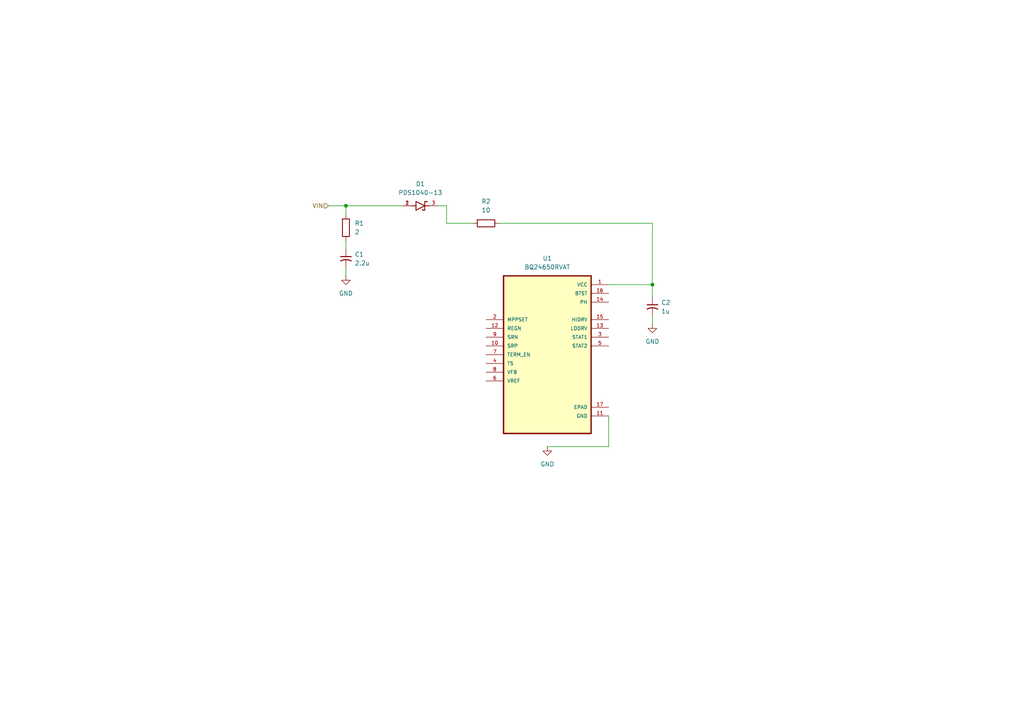
<source format=kicad_sch>
(kicad_sch (version 20250114) (generator "eeschema") (generator_version "9.0")
  (paper "A4")
  (lib_symbols
    (symbol "BQ24650RVAT:BQ24650RVAT" (pin_names (offset 1.016))
      (property "Reference" "U" (at -12.7 23.86 0))
      (property "Value" "BQ24650RVAT" (at -12.7 -26.86 0))
      (symbol "BQ24650RVAT_0_0"
        (rectangle (start -12.7 -22.86) (end 12.7 22.86) (stroke (width 0.41)) (fill (type background)))
        (pin input line (at -17.78 10.16 0) (length 5.08) (name "MPPSET") (number "2"))
        (pin input line (at -17.78 7.62 0) (length 5.08) (name "REGN") (number "12"))
        (pin input line (at -17.78 5.08 0) (length 5.08) (name "SRN") (number "9"))
        (pin input line (at -17.78 2.54 0) (length 5.08) (name "SRP") (number "10"))
        (pin input line (at -17.78 0 0) (length 5.08) (name "TERM_EN") (number "7"))
        (pin input line (at -17.78 -2.54 0) (length 5.08) (name "TS") (number "4"))
        (pin input line (at -17.78 -5.08 0) (length 5.08) (name "VFB") (number "8"))
        (pin input line (at -17.78 -7.62 0) (length 5.08) (name "VREF") (number "6"))
        (pin power_in line (at 17.78 20.32 180) (length 5.08) (name "VCC") (number "1"))
        (pin power_in line (at 17.78 17.78 180) (length 5.08) (name "BTST") (number "16"))
        (pin power_in line (at 17.78 15.24 180) (length 5.08) (name "PH") (number "14"))
        (pin output line (at 17.78 10.16 180) (length 5.08) (name "HIDRV") (number "15"))
        (pin output line (at 17.78 7.62 180) (length 5.08) (name "LODRV") (number "13"))
        (pin output line (at 17.78 5.08 180) (length 5.08) (name "STAT1") (number "3"))
        (pin output line (at 17.78 2.54 180) (length 5.08) (name "STAT2") (number "5"))
        (pin power_in line (at 17.78 -15.24 180) (length 5.08) (name "EPAD") (number "17"))
        (pin power_in line (at 17.78 -17.78 180) (length 5.08) (name "GND") (number "11"))
      )
    )
    (symbol "Device:C_Small_US" (pin_numbers (hide yes)) (pin_names (offset 0.254) (hide yes))
      (property "Reference" "C" (at 0.254 1.778 0))
      (property "Value" "C_Small_US" (at 0.254 -2.032 0))
      (symbol "C_Small_US_0_1"
        (polyline (pts (xy -1.524 0.508) (xy 1.524 0.508)) (stroke (width 0.3048)))
        (arc (start -1.524 -0.762) (mid 0 -0.3734) (end 1.524 -0.762) (stroke (width 0.3048)))
      )
      (symbol "C_Small_US_1_1"
        (pin passive line (at 0 2.54 270) (length 2.032) (name "~") (number "1"))
        (pin passive line (at 0 -2.54 90) (length 2.032) (name "~") (number "2"))
      )
    )
    (symbol "Device:R" (pin_numbers (hide yes)) (pin_names (offset 0))
      (property "Reference" "R" (at 2.032 0 90))
      (property "Value" "R" (at 0 0 90))
      (symbol "R_0_1"
        (rectangle (start -1.016 -2.54) (end 1.016 2.54) (stroke (width 0.254)))
      )
      (symbol "R_1_1"
        (pin passive line (at 0 3.81 270) (length 1.27) (name "~") (number "1"))
        (pin passive line (at 0 -3.81 90) (length 1.27) (name "~") (number "2"))
      )
    )
    (symbol "PDS1040-13:PDS1040-13" (pin_names (offset 1.016))
      (property "Reference" "D" (at -5.08 2.54 0))
      (property "Value" "PDS1040-13" (at -5.08 -3.81 0))
      (symbol "PDS1040-13_0_0"
        (polyline (pts (xy -2.54 0) (xy -1.27 0)) (stroke (width 0.254)))
        (polyline (pts (xy -1.27 1.27) (xy -1.27 0)) (stroke (width 0.254)))
        (polyline (pts (xy -1.27 0) (xy -1.27 -1.27)) (stroke (width 0.254)))
        (polyline (pts (xy -1.27 -1.27) (xy 1.27 0)) (stroke (width 0.254)))
        (polyline (pts (xy 0.635 -1.016) (xy 0.635 -1.27)) (stroke (width 0.254)))
        (polyline (pts (xy 1.27 1.27) (xy 1.27 0)) (stroke (width 0.254)))
        (polyline (pts (xy 1.27 0) (xy -1.27 1.27)) (stroke (width 0.254)))
        (polyline (pts (xy 1.27 0) (xy 1.27 -1.27)) (stroke (width 0.254)))
        (polyline (pts (xy 1.27 -1.27) (xy 0.635 -1.27)) (stroke (width 0.254)))
        (polyline (pts (xy 1.905 1.27) (xy 1.27 1.27)) (stroke (width 0.254)))
        (polyline (pts (xy 1.905 1.27) (xy 1.905 1.016)) (stroke (width 0.254)))
        (polyline (pts (xy 2.54 0) (xy 1.27 0)) (stroke (width 0.254)))
        (pin passive line (at -5.08 0 0) (length 2.54) (name "~") (number "1"))
        (pin passive line (at -5.08 0 0) (length 2.54) (name "~") (number "2"))
        (pin passive line (at 5.08 0 180) (length 2.54) (name "~") (number "3"))
      )
    )
    (symbol "power:GND" (power) (pin_numbers (hide yes)) (pin_names (offset 0) (hide yes))
      (property "Value" "GND" (at 0 -3.81 0))
      (symbol "GND_0_1"
        (polyline (pts (xy 0 0) (xy 0 -1.27) (xy 1.27 -1.27) (xy 0 -2.54) (xy -1.27 -1.27) (xy 0 -1.27)))
      )
      (symbol "GND_1_1"
        (pin power_in line (at 0 0 270) (length 0) (name "~") (number "1"))
      )
    )
  )
  (junction (at 100.33 59.69))
  (junction (at 189.23 82.55))
  (wire (pts (xy 127 59.69) (xy 129.54 59.69)))
  (wire (pts (xy 129.54 59.69) (xy 129.54 64.77)))
  (wire (pts (xy 100.33 59.69) (xy 100.33 62.23)))
  (wire (pts (xy 100.33 69.85) (xy 100.33 72.39)))
  (wire (pts (xy 100.33 59.69) (xy 116.84 59.69)))
  (wire (pts (xy 189.23 64.77) (xy 189.23 82.55)))
  (wire (pts (xy 144.78 64.77) (xy 189.23 64.77)))
  (wire (pts (xy 189.23 91.44) (xy 189.23 93.98)))
  (wire (pts (xy 189.23 82.55) (xy 189.23 86.36)))
  (wire (pts (xy 176.53 120.65) (xy 176.53 129.54)))
  (wire (pts (xy 176.53 129.54) (xy 158.75 129.54)))
  (wire (pts (xy 95.25 59.69) (xy 100.33 59.69)))
  (wire (pts (xy 129.54 64.77) (xy 137.16 64.77)))
  (wire (pts (xy 189.23 82.55) (xy 176.53 82.55)))
  (wire (pts (xy 100.33 77.47) (xy 100.33 80.01)))
  (hierarchical_label "VIN" (shape input) (at 95.25 59.69 180))
  (symbol (lib_id "Device:R") (at 100.33 66.04 0) (unit 1)
    (property "Reference" "R1" (at 102.87 64.7699 0) (effects (justify left)))
    (property "Value" "2" (at 102.87 67.3099 0) (effects (justify left)))
    (property "Footprint" "Resistor_SMD:R_0603_1608Metric_Pad0.98x0.95mm_HandSolder" (effects (hide yes)))
    (property "Description" "Resistor" (effects (hide yes)))
  )
  (symbol (lib_id "power:GND") (at 158.75 129.54 0) (unit 1)
    (property "Reference" "#PWR04" (effects (hide yes)))
    (property "Value" "GND" (at 158.75 134.62 0))
    (property "Description" "Power symbol creates a global label with name \"GND\" , ground" (effects (hide yes)))
  )
  (symbol (lib_id "Device:C_Small_US") (at 189.23 88.9 0) (unit 1)
    (property "Reference" "C2" (at 191.77 87.7569 0) (effects (justify left)))
    (property "Value" "1u" (at 191.77 90.2969 0) (effects (justify left)))
    (property "Footprint" "Capacitor_SMD:C_0603_1608Metric_Pad1.08x0.95mm_HandSolder" (effects (hide yes)))
    (property "Description" "capacitor, small US symbol" (effects (hide yes)))
  )
  (symbol (lib_id "BQ24650RVAT:BQ24650RVAT") (at 158.75 102.87 0) (unit 1)
    (property "Reference" "U1" (at 158.75 74.93 0))
    (property "Value" "BQ24650RVAT" (at 158.75 77.47 0))
    (property "Footprint" "BQ24650RVAT:QFN50P350X350X100-17N" (effects (hide yes)))
    (property "MF" "Texas Instruments" (effects (hide yes)))
    (property "Description_1" "Standalone 1-6 cell Buck battery charge controller with solar input and integrated MPPT" (effects (hide yes)))
    (property "Package" "VQFN-16 Texas Instruments" (effects (hide yes)))
    (property "Price" "None" (effects (hide yes)))
    (property "SnapEDA_Link" "https://www.snapeda.com/parts/BQ24650RVAT/Texas+Instruments/view-part/?ref=snap" (effects (hide yes)))
    (property "MP" "BQ24650RVAT" (effects (hide yes)))
    (property "Availability" "In Stock" (effects (hide yes)))
    (property "Check_prices" "https://www.snapeda.com/parts/BQ24650RVAT/Texas+Instruments/view-part/?ref=eda" (effects (hide yes)))
  )
  (symbol (lib_id "Device:C_Small_US") (at 100.33 74.93 0) (unit 1)
    (property "Reference" "C1" (at 102.87 73.7869 0) (effects (justify left)))
    (property "Value" "2.2u" (at 102.87 76.3269 0) (effects (justify left)))
    (property "Footprint" "Capacitor_SMD:C_0603_1608Metric_Pad1.08x0.95mm_HandSolder" (effects (hide yes)))
    (property "Description" "capacitor, small US symbol" (effects (hide yes)))
  )
  (symbol (lib_id "power:GND") (at 100.33 80.01 0) (unit 1)
    (property "Reference" "#PWR03" (effects (hide yes)))
    (property "Value" "GND" (at 100.33 85.09 0))
    (property "Description" "Power symbol creates a global label with name \"GND\" , ground" (effects (hide yes)))
  )
  (symbol (lib_id "Device:R") (at 140.97 64.77 90) (unit 1)
    (property "Reference" "R2" (at 140.97 58.42 90))
    (property "Value" "10" (at 140.97 60.96 90))
    (property "Footprint" "Resistor_SMD:R_0603_1608Metric_Pad0.98x0.95mm_HandSolder" (effects (hide yes)))
    (property "Description" "Resistor" (effects (hide yes)))
  )
  (symbol (lib_id "power:GND") (at 189.23 93.98 0) (unit 1)
    (property "Reference" "#PWR05" (effects (hide yes)))
    (property "Value" "GND" (at 189.23 99.06 0))
    (property "Description" "Power symbol creates a global label with name \"GND\" , ground" (effects (hide yes)))
  )
  (symbol (lib_id "PDS1040-13:PDS1040-13") (at 121.92 59.69 0) (unit 1)
    (property "Reference" "D1" (at 121.92 53.34 0))
    (property "Value" "PDS1040-13" (at 121.92 55.88 0))
    (property "Footprint" "PDS1040-13:DIO_PDS1040-13" (effects (hide yes)))
    (property "MF" "Diodes Inc." (effects (hide yes)))
    (property "Description_1" "Diode Schottky 40V 10A 3Pin PowerDI 5 | Diodes Inc PDS1040-13" (effects (hide yes)))
    (property "Package" "PowerDI™-5 Diodes Inc." (effects (hide yes)))
    (property "Price" "None" (effects (hide yes)))
    (property "Check_prices" "https://www.snapeda.com/parts/PDS1040-13/Diodes+Inc./view-part/?ref=eda" (effects (hide yes)))
    (property "MAXIMUM_PACKAGE_HIEGHT" "1.15mm" (effects (hide yes)))
    (property "STANDARD" "Manufacturer Recommendations" (effects (hide yes)))
    (property "PARTREV" "13" (effects (hide yes)))
    (property "SnapEDA_Link" "https://www.snapeda.com/parts/PDS1040-13/Diodes+Inc./view-part/?ref=snap" (effects (hide yes)))
    (property "MP" "PDS1040-13" (effects (hide yes)))
    (property "Availability" "In Stock" (effects (hide yes)))
    (property "MANUFACTURER" "Diodes" (effects (hide yes)))
  )
)
</source>
